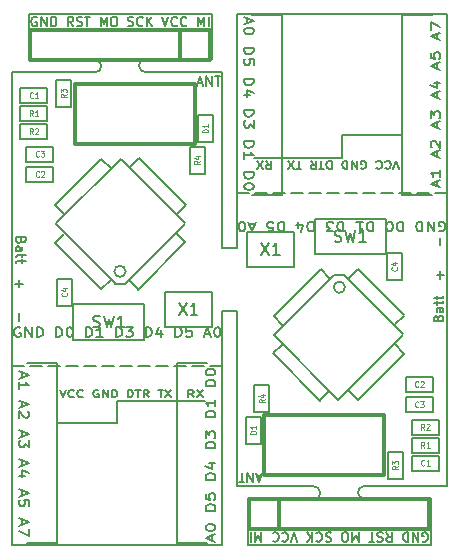
<source format=gto>
G04 (created by PCBNEW (2013-mar-13)-testing) date Di 12 Nov 2013 11:00:42 CET*
%MOIN*%
G04 Gerber Fmt 3.4, Leading zero omitted, Abs format*
%FSLAX34Y34*%
G01*
G70*
G90*
G04 APERTURE LIST*
%ADD10C,0.005906*%
%ADD11C,0.007874*%
%ADD12C,0.005000*%
%ADD13C,0.006000*%
%ADD14C,0.012000*%
%ADD15C,0.006299*%
%ADD16C,0.004500*%
G04 APERTURE END LIST*
G54D10*
X55600Y-54375D02*
X55600Y-62175D01*
X56100Y-54375D02*
X55600Y-54375D01*
X56100Y-60225D02*
X56100Y-54375D01*
X56100Y-52275D02*
X56100Y-44475D01*
X55600Y-52275D02*
X56100Y-52275D01*
X55600Y-46425D02*
X55600Y-52275D01*
X62777Y-50227D02*
X62777Y-50045D01*
X62867Y-50264D02*
X62552Y-50136D01*
X62867Y-50009D01*
X62867Y-49682D02*
X62867Y-49900D01*
X62867Y-49791D02*
X62552Y-49791D01*
X62597Y-49827D01*
X62627Y-49864D01*
X62642Y-49900D01*
X62777Y-49245D02*
X62777Y-49063D01*
X62867Y-49282D02*
X62552Y-49154D01*
X62867Y-49027D01*
X62582Y-48918D02*
X62567Y-48900D01*
X62552Y-48863D01*
X62552Y-48772D01*
X62567Y-48736D01*
X62582Y-48718D01*
X62612Y-48700D01*
X62642Y-48700D01*
X62687Y-48718D01*
X62867Y-48936D01*
X62867Y-48700D01*
X62777Y-48263D02*
X62777Y-48081D01*
X62867Y-48300D02*
X62552Y-48172D01*
X62867Y-48045D01*
X62552Y-47954D02*
X62552Y-47718D01*
X62672Y-47845D01*
X62672Y-47790D01*
X62687Y-47754D01*
X62702Y-47736D01*
X62732Y-47718D01*
X62807Y-47718D01*
X62837Y-47736D01*
X62852Y-47754D01*
X62867Y-47790D01*
X62867Y-47900D01*
X62852Y-47936D01*
X62837Y-47954D01*
X62777Y-47281D02*
X62777Y-47099D01*
X62867Y-47318D02*
X62552Y-47190D01*
X62867Y-47063D01*
X62657Y-46772D02*
X62867Y-46772D01*
X62537Y-46863D02*
X62762Y-46954D01*
X62762Y-46718D01*
X62777Y-46299D02*
X62777Y-46117D01*
X62867Y-46336D02*
X62552Y-46208D01*
X62867Y-46081D01*
X62552Y-45772D02*
X62552Y-45954D01*
X62702Y-45972D01*
X62687Y-45954D01*
X62672Y-45917D01*
X62672Y-45826D01*
X62687Y-45790D01*
X62702Y-45772D01*
X62732Y-45754D01*
X62807Y-45754D01*
X62837Y-45772D01*
X62852Y-45790D01*
X62867Y-45826D01*
X62867Y-45917D01*
X62852Y-45954D01*
X62837Y-45972D01*
X62777Y-45317D02*
X62777Y-45135D01*
X62867Y-45354D02*
X62552Y-45226D01*
X62867Y-45099D01*
X62552Y-45008D02*
X62552Y-44754D01*
X62867Y-44917D01*
X62872Y-53299D02*
X62872Y-53059D01*
X62992Y-53179D02*
X62752Y-53179D01*
X62872Y-52190D02*
X62872Y-51950D01*
X56909Y-59872D02*
X56759Y-59872D01*
X56939Y-59782D02*
X56834Y-60097D01*
X56729Y-59782D01*
X56624Y-59782D02*
X56624Y-60097D01*
X56445Y-59782D01*
X56445Y-60097D01*
X56340Y-60097D02*
X56160Y-60097D01*
X56250Y-59782D02*
X56250Y-60097D01*
X62802Y-54624D02*
X62817Y-54579D01*
X62832Y-54564D01*
X62862Y-54549D01*
X62907Y-54549D01*
X62937Y-54564D01*
X62952Y-54579D01*
X62967Y-54609D01*
X62967Y-54729D01*
X62652Y-54729D01*
X62652Y-54624D01*
X62667Y-54594D01*
X62682Y-54579D01*
X62712Y-54564D01*
X62742Y-54564D01*
X62772Y-54579D01*
X62787Y-54594D01*
X62802Y-54624D01*
X62802Y-54729D01*
X62967Y-54280D02*
X62802Y-54280D01*
X62772Y-54295D01*
X62757Y-54325D01*
X62757Y-54384D01*
X62772Y-54414D01*
X62952Y-54280D02*
X62967Y-54310D01*
X62967Y-54384D01*
X62952Y-54414D01*
X62922Y-54429D01*
X62892Y-54429D01*
X62862Y-54414D01*
X62847Y-54384D01*
X62847Y-54310D01*
X62832Y-54280D01*
X62757Y-54175D02*
X62757Y-54055D01*
X62652Y-54130D02*
X62922Y-54130D01*
X62952Y-54115D01*
X62967Y-54085D01*
X62967Y-54055D01*
X62757Y-53995D02*
X62757Y-53875D01*
X62652Y-53950D02*
X62922Y-53950D01*
X62952Y-53935D01*
X62967Y-53905D01*
X62967Y-53875D01*
X62834Y-51707D02*
X62869Y-51722D01*
X62921Y-51722D01*
X62973Y-51707D01*
X63008Y-51677D01*
X63026Y-51647D01*
X63043Y-51587D01*
X63043Y-51542D01*
X63026Y-51482D01*
X63008Y-51452D01*
X62973Y-51422D01*
X62921Y-51407D01*
X62886Y-51407D01*
X62834Y-51422D01*
X62816Y-51437D01*
X62816Y-51542D01*
X62886Y-51542D01*
X62659Y-51407D02*
X62659Y-51722D01*
X62450Y-51407D01*
X62450Y-51722D01*
X62276Y-51407D02*
X62276Y-51722D01*
X62189Y-51722D01*
X62136Y-51707D01*
X62101Y-51677D01*
X62084Y-51647D01*
X62067Y-51587D01*
X62067Y-51542D01*
X62084Y-51482D01*
X62101Y-51452D01*
X62136Y-51422D01*
X62189Y-51407D01*
X62276Y-51407D01*
X61631Y-51407D02*
X61631Y-51722D01*
X61544Y-51722D01*
X61491Y-51707D01*
X61456Y-51677D01*
X61439Y-51647D01*
X61421Y-51587D01*
X61421Y-51542D01*
X61439Y-51482D01*
X61456Y-51452D01*
X61491Y-51422D01*
X61544Y-51407D01*
X61631Y-51407D01*
X61195Y-51722D02*
X61160Y-51722D01*
X61125Y-51707D01*
X61108Y-51692D01*
X61090Y-51662D01*
X61073Y-51602D01*
X61073Y-51527D01*
X61090Y-51467D01*
X61108Y-51437D01*
X61125Y-51422D01*
X61160Y-51407D01*
X61195Y-51407D01*
X61230Y-51422D01*
X61247Y-51437D01*
X61265Y-51467D01*
X61282Y-51527D01*
X61282Y-51602D01*
X61265Y-51662D01*
X61247Y-51692D01*
X61230Y-51707D01*
X61195Y-51722D01*
X60637Y-51407D02*
X60637Y-51722D01*
X60550Y-51722D01*
X60497Y-51707D01*
X60463Y-51677D01*
X60445Y-51647D01*
X60428Y-51587D01*
X60428Y-51542D01*
X60445Y-51482D01*
X60463Y-51452D01*
X60497Y-51422D01*
X60550Y-51407D01*
X60637Y-51407D01*
X60079Y-51407D02*
X60288Y-51407D01*
X60184Y-51407D02*
X60184Y-51722D01*
X60218Y-51677D01*
X60253Y-51647D01*
X60288Y-51632D01*
X59643Y-51407D02*
X59643Y-51722D01*
X59556Y-51722D01*
X59504Y-51707D01*
X59469Y-51677D01*
X59451Y-51647D01*
X59434Y-51587D01*
X59434Y-51542D01*
X59451Y-51482D01*
X59469Y-51452D01*
X59504Y-51422D01*
X59556Y-51407D01*
X59643Y-51407D01*
X59312Y-51722D02*
X59085Y-51722D01*
X59207Y-51602D01*
X59155Y-51602D01*
X59120Y-51587D01*
X59103Y-51572D01*
X59085Y-51542D01*
X59085Y-51467D01*
X59103Y-51437D01*
X59120Y-51422D01*
X59155Y-51407D01*
X59260Y-51407D01*
X59294Y-51422D01*
X59312Y-51437D01*
X58649Y-51407D02*
X58649Y-51722D01*
X58562Y-51722D01*
X58510Y-51707D01*
X58475Y-51677D01*
X58457Y-51647D01*
X58440Y-51587D01*
X58440Y-51542D01*
X58457Y-51482D01*
X58475Y-51452D01*
X58510Y-51422D01*
X58562Y-51407D01*
X58649Y-51407D01*
X58126Y-51617D02*
X58126Y-51407D01*
X58213Y-51737D02*
X58301Y-51512D01*
X58074Y-51512D01*
X57655Y-51407D02*
X57655Y-51722D01*
X57568Y-51722D01*
X57516Y-51707D01*
X57481Y-51677D01*
X57464Y-51647D01*
X57446Y-51587D01*
X57446Y-51542D01*
X57464Y-51482D01*
X57481Y-51452D01*
X57516Y-51422D01*
X57568Y-51407D01*
X57655Y-51407D01*
X57115Y-51722D02*
X57289Y-51722D01*
X57307Y-51572D01*
X57289Y-51587D01*
X57254Y-51602D01*
X57167Y-51602D01*
X57132Y-51587D01*
X57115Y-51572D01*
X57098Y-51542D01*
X57098Y-51467D01*
X57115Y-51437D01*
X57132Y-51422D01*
X57167Y-51407D01*
X57254Y-51407D01*
X57289Y-51422D01*
X57307Y-51437D01*
X56679Y-51497D02*
X56505Y-51497D01*
X56714Y-51407D02*
X56592Y-51722D01*
X56470Y-51407D01*
X56278Y-51722D02*
X56243Y-51722D01*
X56208Y-51707D01*
X56191Y-51692D01*
X56173Y-51662D01*
X56156Y-51602D01*
X56156Y-51527D01*
X56173Y-51467D01*
X56191Y-51437D01*
X56208Y-51422D01*
X56243Y-51407D01*
X56278Y-51407D01*
X56313Y-51422D01*
X56330Y-51437D01*
X56348Y-51467D01*
X56365Y-51527D01*
X56365Y-51602D01*
X56348Y-51662D01*
X56330Y-51692D01*
X56313Y-51707D01*
X56278Y-51722D01*
X63100Y-44475D02*
X63100Y-60225D01*
X56100Y-44475D02*
X63100Y-44475D01*
G54D11*
X63100Y-50450D02*
X62700Y-50450D01*
X62500Y-50450D02*
X62100Y-50450D01*
X61900Y-50450D02*
X61500Y-50450D01*
X61300Y-50450D02*
X60900Y-50450D01*
X60700Y-50450D02*
X60300Y-50450D01*
X60100Y-50450D02*
X59700Y-50450D01*
X59500Y-50450D02*
X59100Y-50450D01*
X58900Y-50450D02*
X58500Y-50450D01*
X58300Y-50450D02*
X57900Y-50450D01*
X57700Y-50450D02*
X57300Y-50450D01*
X57100Y-50450D02*
X56700Y-50450D01*
X56500Y-50450D02*
X56100Y-50450D01*
G54D10*
X58875Y-60450D02*
G75*
G03X58650Y-60225I-225J0D01*
G74*
G01*
X58650Y-60675D02*
G75*
G03X58875Y-60450I0J225D01*
G74*
G01*
X60325Y-60225D02*
G75*
G03X60125Y-60425I0J-200D01*
G74*
G01*
X60125Y-60425D02*
G75*
G03X60325Y-60625I200J0D01*
G74*
G01*
X60325Y-60225D02*
X63100Y-60225D01*
X58650Y-60225D02*
X56100Y-60225D01*
X56422Y-44610D02*
X56422Y-44792D01*
X56332Y-44574D02*
X56647Y-44701D01*
X56332Y-44829D01*
X56647Y-45029D02*
X56647Y-45065D01*
X56632Y-45101D01*
X56617Y-45120D01*
X56587Y-45138D01*
X56527Y-45156D01*
X56452Y-45156D01*
X56392Y-45138D01*
X56362Y-45120D01*
X56347Y-45101D01*
X56332Y-45065D01*
X56332Y-45029D01*
X56347Y-44992D01*
X56362Y-44974D01*
X56392Y-44956D01*
X56452Y-44938D01*
X56527Y-44938D01*
X56587Y-44956D01*
X56617Y-44974D01*
X56632Y-44992D01*
X56647Y-45029D01*
X56332Y-45611D02*
X56647Y-45611D01*
X56647Y-45701D01*
X56632Y-45756D01*
X56602Y-45792D01*
X56572Y-45811D01*
X56512Y-45829D01*
X56467Y-45829D01*
X56407Y-45811D01*
X56377Y-45792D01*
X56347Y-45756D01*
X56332Y-45701D01*
X56332Y-45611D01*
X56647Y-46174D02*
X56647Y-45992D01*
X56497Y-45974D01*
X56512Y-45992D01*
X56527Y-46029D01*
X56527Y-46120D01*
X56512Y-46156D01*
X56497Y-46174D01*
X56467Y-46192D01*
X56392Y-46192D01*
X56362Y-46174D01*
X56347Y-46156D01*
X56332Y-46120D01*
X56332Y-46029D01*
X56347Y-45992D01*
X56362Y-45974D01*
X56332Y-46647D02*
X56647Y-46647D01*
X56647Y-46738D01*
X56632Y-46793D01*
X56602Y-46829D01*
X56572Y-46847D01*
X56512Y-46865D01*
X56467Y-46865D01*
X56407Y-46847D01*
X56377Y-46829D01*
X56347Y-46793D01*
X56332Y-46738D01*
X56332Y-46647D01*
X56542Y-47193D02*
X56332Y-47193D01*
X56662Y-47102D02*
X56437Y-47011D01*
X56437Y-47247D01*
X56332Y-47684D02*
X56647Y-47684D01*
X56647Y-47775D01*
X56632Y-47829D01*
X56602Y-47865D01*
X56572Y-47884D01*
X56512Y-47902D01*
X56467Y-47902D01*
X56407Y-47884D01*
X56377Y-47865D01*
X56347Y-47829D01*
X56332Y-47775D01*
X56332Y-47684D01*
X56647Y-48029D02*
X56647Y-48266D01*
X56527Y-48138D01*
X56527Y-48193D01*
X56512Y-48229D01*
X56497Y-48247D01*
X56467Y-48266D01*
X56392Y-48266D01*
X56362Y-48247D01*
X56347Y-48229D01*
X56332Y-48193D01*
X56332Y-48084D01*
X56347Y-48047D01*
X56362Y-48029D01*
X56332Y-48720D02*
X56647Y-48720D01*
X56647Y-48811D01*
X56632Y-48866D01*
X56602Y-48902D01*
X56572Y-48920D01*
X56512Y-48938D01*
X56467Y-48938D01*
X56407Y-48920D01*
X56377Y-48902D01*
X56347Y-48866D01*
X56332Y-48811D01*
X56332Y-48720D01*
X56332Y-49302D02*
X56332Y-49084D01*
X56332Y-49193D02*
X56647Y-49193D01*
X56602Y-49157D01*
X56572Y-49120D01*
X56557Y-49084D01*
X56332Y-49757D02*
X56647Y-49757D01*
X56647Y-49848D01*
X56632Y-49902D01*
X56602Y-49939D01*
X56572Y-49957D01*
X56512Y-49975D01*
X56467Y-49975D01*
X56407Y-49957D01*
X56377Y-49939D01*
X56347Y-49902D01*
X56332Y-49848D01*
X56332Y-49757D01*
X56647Y-50211D02*
X56647Y-50248D01*
X56632Y-50284D01*
X56617Y-50302D01*
X56587Y-50320D01*
X56527Y-50339D01*
X56452Y-50339D01*
X56392Y-50320D01*
X56362Y-50302D01*
X56347Y-50284D01*
X56332Y-50248D01*
X56332Y-50211D01*
X56347Y-50175D01*
X56362Y-50157D01*
X56392Y-50139D01*
X56452Y-50120D01*
X56527Y-50120D01*
X56587Y-50139D01*
X56617Y-50157D01*
X56632Y-50175D01*
X56647Y-50211D01*
X60325Y-60625D02*
X62550Y-60625D01*
X62282Y-62057D02*
X62312Y-62072D01*
X62357Y-62072D01*
X62402Y-62057D01*
X62432Y-62027D01*
X62447Y-61997D01*
X62462Y-61937D01*
X62462Y-61892D01*
X62447Y-61832D01*
X62432Y-61802D01*
X62402Y-61772D01*
X62357Y-61757D01*
X62327Y-61757D01*
X62282Y-61772D01*
X62267Y-61787D01*
X62267Y-61892D01*
X62327Y-61892D01*
X62132Y-61757D02*
X62132Y-62072D01*
X61952Y-61757D01*
X61952Y-62072D01*
X61802Y-61757D02*
X61802Y-62072D01*
X61727Y-62072D01*
X61682Y-62057D01*
X61652Y-62027D01*
X61637Y-61997D01*
X61622Y-61937D01*
X61622Y-61892D01*
X61637Y-61832D01*
X61652Y-61802D01*
X61682Y-61772D01*
X61727Y-61757D01*
X61802Y-61757D01*
X61067Y-61757D02*
X61172Y-61907D01*
X61247Y-61757D02*
X61247Y-62072D01*
X61127Y-62072D01*
X61097Y-62057D01*
X61082Y-62042D01*
X61067Y-62012D01*
X61067Y-61967D01*
X61082Y-61937D01*
X61097Y-61922D01*
X61127Y-61907D01*
X61247Y-61907D01*
X60947Y-61772D02*
X60902Y-61757D01*
X60827Y-61757D01*
X60797Y-61772D01*
X60782Y-61787D01*
X60767Y-61817D01*
X60767Y-61847D01*
X60782Y-61877D01*
X60797Y-61892D01*
X60827Y-61907D01*
X60887Y-61922D01*
X60917Y-61937D01*
X60932Y-61952D01*
X60947Y-61982D01*
X60947Y-62012D01*
X60932Y-62042D01*
X60917Y-62057D01*
X60887Y-62072D01*
X60812Y-62072D01*
X60767Y-62057D01*
X60677Y-62072D02*
X60497Y-62072D01*
X60587Y-61757D02*
X60587Y-62072D01*
X60152Y-61757D02*
X60152Y-62072D01*
X60047Y-61847D01*
X59942Y-62072D01*
X59942Y-61757D01*
X59732Y-62072D02*
X59672Y-62072D01*
X59642Y-62057D01*
X59612Y-62027D01*
X59597Y-61967D01*
X59597Y-61862D01*
X59612Y-61802D01*
X59642Y-61772D01*
X59672Y-61757D01*
X59732Y-61757D01*
X59762Y-61772D01*
X59792Y-61802D01*
X59807Y-61862D01*
X59807Y-61967D01*
X59792Y-62027D01*
X59762Y-62057D01*
X59732Y-62072D01*
X59237Y-61772D02*
X59192Y-61757D01*
X59117Y-61757D01*
X59087Y-61772D01*
X59072Y-61787D01*
X59057Y-61817D01*
X59057Y-61847D01*
X59072Y-61877D01*
X59087Y-61892D01*
X59117Y-61907D01*
X59177Y-61922D01*
X59207Y-61937D01*
X59222Y-61952D01*
X59237Y-61982D01*
X59237Y-62012D01*
X59222Y-62042D01*
X59207Y-62057D01*
X59177Y-62072D01*
X59102Y-62072D01*
X59057Y-62057D01*
X58742Y-61787D02*
X58757Y-61772D01*
X58802Y-61757D01*
X58832Y-61757D01*
X58877Y-61772D01*
X58907Y-61802D01*
X58922Y-61832D01*
X58937Y-61892D01*
X58937Y-61937D01*
X58922Y-61997D01*
X58907Y-62027D01*
X58877Y-62057D01*
X58832Y-62072D01*
X58802Y-62072D01*
X58757Y-62057D01*
X58742Y-62042D01*
X58607Y-61757D02*
X58607Y-62072D01*
X58427Y-61757D02*
X58562Y-61937D01*
X58427Y-62072D02*
X58607Y-61892D01*
X58097Y-62072D02*
X57992Y-61757D01*
X57887Y-62072D01*
X57602Y-61787D02*
X57617Y-61772D01*
X57662Y-61757D01*
X57692Y-61757D01*
X57737Y-61772D01*
X57767Y-61802D01*
X57782Y-61832D01*
X57797Y-61892D01*
X57797Y-61937D01*
X57782Y-61997D01*
X57767Y-62027D01*
X57737Y-62057D01*
X57692Y-62072D01*
X57662Y-62072D01*
X57617Y-62057D01*
X57602Y-62042D01*
X57287Y-61787D02*
X57302Y-61772D01*
X57347Y-61757D01*
X57377Y-61757D01*
X57422Y-61772D01*
X57452Y-61802D01*
X57467Y-61832D01*
X57482Y-61892D01*
X57482Y-61937D01*
X57467Y-61997D01*
X57452Y-62027D01*
X57422Y-62057D01*
X57377Y-62072D01*
X57347Y-62072D01*
X57302Y-62057D01*
X57287Y-62042D01*
X56912Y-61757D02*
X56912Y-62072D01*
X56807Y-61847D01*
X56702Y-62072D01*
X56702Y-61757D01*
X56552Y-61757D02*
X56552Y-62072D01*
X58650Y-60675D02*
X56450Y-60675D01*
X56450Y-60675D02*
X56450Y-62175D01*
X56450Y-62175D02*
X62550Y-62175D01*
X62550Y-62175D02*
X62550Y-60625D01*
G54D11*
X59600Y-48525D02*
X61575Y-48525D01*
X60625Y-50450D02*
X60650Y-50450D01*
X60600Y-50450D02*
X60625Y-50450D01*
G54D10*
X61511Y-49640D02*
X61411Y-49384D01*
X61312Y-49640D01*
X61041Y-49408D02*
X61055Y-49396D01*
X61098Y-49384D01*
X61126Y-49384D01*
X61169Y-49396D01*
X61198Y-49420D01*
X61212Y-49445D01*
X61226Y-49493D01*
X61226Y-49530D01*
X61212Y-49579D01*
X61198Y-49603D01*
X61169Y-49627D01*
X61126Y-49640D01*
X61098Y-49640D01*
X61055Y-49627D01*
X61041Y-49615D01*
X60742Y-49408D02*
X60756Y-49396D01*
X60799Y-49384D01*
X60827Y-49384D01*
X60870Y-49396D01*
X60898Y-49420D01*
X60913Y-49445D01*
X60927Y-49493D01*
X60927Y-49530D01*
X60913Y-49579D01*
X60898Y-49603D01*
X60870Y-49627D01*
X60827Y-49640D01*
X60799Y-49640D01*
X60756Y-49627D01*
X60742Y-49615D01*
X60229Y-49627D02*
X60257Y-49640D01*
X60300Y-49640D01*
X60343Y-49627D01*
X60371Y-49603D01*
X60385Y-49579D01*
X60400Y-49530D01*
X60400Y-49493D01*
X60385Y-49445D01*
X60371Y-49420D01*
X60343Y-49396D01*
X60300Y-49384D01*
X60271Y-49384D01*
X60229Y-49396D01*
X60214Y-49408D01*
X60214Y-49493D01*
X60271Y-49493D01*
X60086Y-49384D02*
X60086Y-49640D01*
X59915Y-49384D01*
X59915Y-49640D01*
X59773Y-49384D02*
X59773Y-49640D01*
X59702Y-49640D01*
X59659Y-49627D01*
X59630Y-49603D01*
X59616Y-49579D01*
X59602Y-49530D01*
X59602Y-49493D01*
X59616Y-49445D01*
X59630Y-49420D01*
X59659Y-49396D01*
X59702Y-49384D01*
X59773Y-49384D01*
X59246Y-49384D02*
X59246Y-49640D01*
X59174Y-49640D01*
X59132Y-49627D01*
X59103Y-49603D01*
X59089Y-49579D01*
X59075Y-49530D01*
X59075Y-49493D01*
X59089Y-49445D01*
X59103Y-49420D01*
X59132Y-49396D01*
X59174Y-49384D01*
X59246Y-49384D01*
X58989Y-49640D02*
X58818Y-49640D01*
X58904Y-49384D02*
X58904Y-49640D01*
X58547Y-49384D02*
X58647Y-49506D01*
X58718Y-49384D02*
X58718Y-49640D01*
X58604Y-49640D01*
X58576Y-49627D01*
X58562Y-49615D01*
X58547Y-49591D01*
X58547Y-49554D01*
X58562Y-49530D01*
X58576Y-49518D01*
X58604Y-49506D01*
X58718Y-49506D01*
X58234Y-49640D02*
X58063Y-49640D01*
X58148Y-49384D02*
X58148Y-49640D01*
X57992Y-49640D02*
X57792Y-49384D01*
X57792Y-49640D02*
X57992Y-49384D01*
X57051Y-49384D02*
X57151Y-49506D01*
X57222Y-49384D02*
X57222Y-49640D01*
X57108Y-49640D01*
X57080Y-49627D01*
X57066Y-49615D01*
X57051Y-49591D01*
X57051Y-49554D01*
X57066Y-49530D01*
X57080Y-49518D01*
X57108Y-49506D01*
X57222Y-49506D01*
X56952Y-49640D02*
X56752Y-49384D01*
X56752Y-49640D02*
X56952Y-49384D01*
G54D11*
X59600Y-48525D02*
X59600Y-49275D01*
X59600Y-49275D02*
X56675Y-49275D01*
X52100Y-57375D02*
X55025Y-57375D01*
X52100Y-58125D02*
X52100Y-57375D01*
G54D10*
X50188Y-57009D02*
X50288Y-57265D01*
X50387Y-57009D01*
X50658Y-57241D02*
X50644Y-57253D01*
X50601Y-57265D01*
X50573Y-57265D01*
X50530Y-57253D01*
X50501Y-57229D01*
X50487Y-57204D01*
X50473Y-57156D01*
X50473Y-57119D01*
X50487Y-57070D01*
X50501Y-57046D01*
X50530Y-57022D01*
X50573Y-57009D01*
X50601Y-57009D01*
X50644Y-57022D01*
X50658Y-57034D01*
X50957Y-57241D02*
X50943Y-57253D01*
X50900Y-57265D01*
X50872Y-57265D01*
X50829Y-57253D01*
X50801Y-57229D01*
X50786Y-57204D01*
X50772Y-57156D01*
X50772Y-57119D01*
X50786Y-57070D01*
X50801Y-57046D01*
X50829Y-57022D01*
X50872Y-57009D01*
X50900Y-57009D01*
X50943Y-57022D01*
X50957Y-57034D01*
X51470Y-57022D02*
X51442Y-57009D01*
X51399Y-57009D01*
X51356Y-57022D01*
X51328Y-57046D01*
X51314Y-57070D01*
X51299Y-57119D01*
X51299Y-57156D01*
X51314Y-57204D01*
X51328Y-57229D01*
X51356Y-57253D01*
X51399Y-57265D01*
X51428Y-57265D01*
X51470Y-57253D01*
X51485Y-57241D01*
X51485Y-57156D01*
X51428Y-57156D01*
X51613Y-57265D02*
X51613Y-57009D01*
X51784Y-57265D01*
X51784Y-57009D01*
X51926Y-57265D02*
X51926Y-57009D01*
X51997Y-57009D01*
X52040Y-57022D01*
X52069Y-57046D01*
X52083Y-57070D01*
X52097Y-57119D01*
X52097Y-57156D01*
X52083Y-57204D01*
X52069Y-57229D01*
X52040Y-57253D01*
X51997Y-57265D01*
X51926Y-57265D01*
X52453Y-57265D02*
X52453Y-57009D01*
X52525Y-57009D01*
X52567Y-57022D01*
X52596Y-57046D01*
X52610Y-57070D01*
X52624Y-57119D01*
X52624Y-57156D01*
X52610Y-57204D01*
X52596Y-57229D01*
X52567Y-57253D01*
X52525Y-57265D01*
X52453Y-57265D01*
X52710Y-57009D02*
X52881Y-57009D01*
X52795Y-57265D02*
X52795Y-57009D01*
X53152Y-57265D02*
X53052Y-57143D01*
X52981Y-57265D02*
X52981Y-57009D01*
X53095Y-57009D01*
X53123Y-57022D01*
X53137Y-57034D01*
X53152Y-57058D01*
X53152Y-57095D01*
X53137Y-57119D01*
X53123Y-57131D01*
X53095Y-57143D01*
X52981Y-57143D01*
X53465Y-57009D02*
X53636Y-57009D01*
X53551Y-57265D02*
X53551Y-57009D01*
X53707Y-57009D02*
X53907Y-57265D01*
X53907Y-57009D02*
X53707Y-57265D01*
X54648Y-57265D02*
X54548Y-57143D01*
X54477Y-57265D02*
X54477Y-57009D01*
X54591Y-57009D01*
X54619Y-57022D01*
X54633Y-57034D01*
X54648Y-57058D01*
X54648Y-57095D01*
X54633Y-57119D01*
X54619Y-57131D01*
X54591Y-57143D01*
X54477Y-57143D01*
X54747Y-57009D02*
X54947Y-57265D01*
X54947Y-57009D02*
X54747Y-57265D01*
G54D11*
X51100Y-56200D02*
X51075Y-56200D01*
X51075Y-56200D02*
X51050Y-56200D01*
X52100Y-58125D02*
X50125Y-58125D01*
G54D10*
X49150Y-44475D02*
X49150Y-46025D01*
X55250Y-44475D02*
X49150Y-44475D01*
X55250Y-45975D02*
X55250Y-44475D01*
X53050Y-45975D02*
X55250Y-45975D01*
X49417Y-44592D02*
X49387Y-44577D01*
X49342Y-44577D01*
X49297Y-44592D01*
X49267Y-44622D01*
X49252Y-44652D01*
X49237Y-44712D01*
X49237Y-44757D01*
X49252Y-44817D01*
X49267Y-44847D01*
X49297Y-44877D01*
X49342Y-44892D01*
X49372Y-44892D01*
X49417Y-44877D01*
X49432Y-44862D01*
X49432Y-44757D01*
X49372Y-44757D01*
X49567Y-44892D02*
X49567Y-44577D01*
X49747Y-44892D01*
X49747Y-44577D01*
X49897Y-44892D02*
X49897Y-44577D01*
X49972Y-44577D01*
X50017Y-44592D01*
X50047Y-44622D01*
X50062Y-44652D01*
X50077Y-44712D01*
X50077Y-44757D01*
X50062Y-44817D01*
X50047Y-44847D01*
X50017Y-44877D01*
X49972Y-44892D01*
X49897Y-44892D01*
X50632Y-44892D02*
X50527Y-44742D01*
X50452Y-44892D02*
X50452Y-44577D01*
X50572Y-44577D01*
X50602Y-44592D01*
X50617Y-44607D01*
X50632Y-44637D01*
X50632Y-44682D01*
X50617Y-44712D01*
X50602Y-44727D01*
X50572Y-44742D01*
X50452Y-44742D01*
X50752Y-44877D02*
X50797Y-44892D01*
X50872Y-44892D01*
X50902Y-44877D01*
X50917Y-44862D01*
X50932Y-44832D01*
X50932Y-44802D01*
X50917Y-44772D01*
X50902Y-44757D01*
X50872Y-44742D01*
X50812Y-44727D01*
X50782Y-44712D01*
X50767Y-44697D01*
X50752Y-44667D01*
X50752Y-44637D01*
X50767Y-44607D01*
X50782Y-44592D01*
X50812Y-44577D01*
X50887Y-44577D01*
X50932Y-44592D01*
X51022Y-44577D02*
X51202Y-44577D01*
X51112Y-44892D02*
X51112Y-44577D01*
X51547Y-44892D02*
X51547Y-44577D01*
X51652Y-44802D01*
X51757Y-44577D01*
X51757Y-44892D01*
X51967Y-44577D02*
X52027Y-44577D01*
X52057Y-44592D01*
X52087Y-44622D01*
X52102Y-44682D01*
X52102Y-44787D01*
X52087Y-44847D01*
X52057Y-44877D01*
X52027Y-44892D01*
X51967Y-44892D01*
X51937Y-44877D01*
X51907Y-44847D01*
X51892Y-44787D01*
X51892Y-44682D01*
X51907Y-44622D01*
X51937Y-44592D01*
X51967Y-44577D01*
X52462Y-44877D02*
X52507Y-44892D01*
X52582Y-44892D01*
X52612Y-44877D01*
X52627Y-44862D01*
X52642Y-44832D01*
X52642Y-44802D01*
X52627Y-44772D01*
X52612Y-44757D01*
X52582Y-44742D01*
X52522Y-44727D01*
X52492Y-44712D01*
X52477Y-44697D01*
X52462Y-44667D01*
X52462Y-44637D01*
X52477Y-44607D01*
X52492Y-44592D01*
X52522Y-44577D01*
X52597Y-44577D01*
X52642Y-44592D01*
X52957Y-44862D02*
X52942Y-44877D01*
X52897Y-44892D01*
X52867Y-44892D01*
X52822Y-44877D01*
X52792Y-44847D01*
X52777Y-44817D01*
X52762Y-44757D01*
X52762Y-44712D01*
X52777Y-44652D01*
X52792Y-44622D01*
X52822Y-44592D01*
X52867Y-44577D01*
X52897Y-44577D01*
X52942Y-44592D01*
X52957Y-44607D01*
X53092Y-44892D02*
X53092Y-44577D01*
X53272Y-44892D02*
X53137Y-44712D01*
X53272Y-44577D02*
X53092Y-44757D01*
X53602Y-44577D02*
X53707Y-44892D01*
X53812Y-44577D01*
X54097Y-44862D02*
X54082Y-44877D01*
X54037Y-44892D01*
X54007Y-44892D01*
X53962Y-44877D01*
X53932Y-44847D01*
X53917Y-44817D01*
X53902Y-44757D01*
X53902Y-44712D01*
X53917Y-44652D01*
X53932Y-44622D01*
X53962Y-44592D01*
X54007Y-44577D01*
X54037Y-44577D01*
X54082Y-44592D01*
X54097Y-44607D01*
X54412Y-44862D02*
X54397Y-44877D01*
X54352Y-44892D01*
X54322Y-44892D01*
X54277Y-44877D01*
X54247Y-44847D01*
X54232Y-44817D01*
X54217Y-44757D01*
X54217Y-44712D01*
X54232Y-44652D01*
X54247Y-44622D01*
X54277Y-44592D01*
X54322Y-44577D01*
X54352Y-44577D01*
X54397Y-44592D01*
X54412Y-44607D01*
X54787Y-44892D02*
X54787Y-44577D01*
X54892Y-44802D01*
X54997Y-44577D01*
X54997Y-44892D01*
X55147Y-44892D02*
X55147Y-44577D01*
X51375Y-46025D02*
X49150Y-46025D01*
X55277Y-62039D02*
X55277Y-61857D01*
X55367Y-62075D02*
X55052Y-61948D01*
X55367Y-61820D01*
X55052Y-61620D02*
X55052Y-61584D01*
X55067Y-61548D01*
X55082Y-61529D01*
X55112Y-61511D01*
X55172Y-61493D01*
X55247Y-61493D01*
X55307Y-61511D01*
X55337Y-61529D01*
X55352Y-61548D01*
X55367Y-61584D01*
X55367Y-61620D01*
X55352Y-61657D01*
X55337Y-61675D01*
X55307Y-61693D01*
X55247Y-61711D01*
X55172Y-61711D01*
X55112Y-61693D01*
X55082Y-61675D01*
X55067Y-61657D01*
X55052Y-61620D01*
X55367Y-61038D02*
X55052Y-61038D01*
X55052Y-60948D01*
X55067Y-60893D01*
X55097Y-60857D01*
X55127Y-60838D01*
X55187Y-60820D01*
X55232Y-60820D01*
X55292Y-60838D01*
X55322Y-60857D01*
X55352Y-60893D01*
X55367Y-60948D01*
X55367Y-61038D01*
X55052Y-60475D02*
X55052Y-60657D01*
X55202Y-60675D01*
X55187Y-60657D01*
X55172Y-60620D01*
X55172Y-60529D01*
X55187Y-60493D01*
X55202Y-60475D01*
X55232Y-60457D01*
X55307Y-60457D01*
X55337Y-60475D01*
X55352Y-60493D01*
X55367Y-60529D01*
X55367Y-60620D01*
X55352Y-60657D01*
X55337Y-60675D01*
X55367Y-60002D02*
X55052Y-60002D01*
X55052Y-59911D01*
X55067Y-59856D01*
X55097Y-59820D01*
X55127Y-59802D01*
X55187Y-59784D01*
X55232Y-59784D01*
X55292Y-59802D01*
X55322Y-59820D01*
X55352Y-59856D01*
X55367Y-59911D01*
X55367Y-60002D01*
X55157Y-59456D02*
X55367Y-59456D01*
X55037Y-59547D02*
X55262Y-59638D01*
X55262Y-59402D01*
X55367Y-58965D02*
X55052Y-58965D01*
X55052Y-58874D01*
X55067Y-58820D01*
X55097Y-58784D01*
X55127Y-58765D01*
X55187Y-58747D01*
X55232Y-58747D01*
X55292Y-58765D01*
X55322Y-58784D01*
X55352Y-58820D01*
X55367Y-58874D01*
X55367Y-58965D01*
X55052Y-58620D02*
X55052Y-58383D01*
X55172Y-58511D01*
X55172Y-58456D01*
X55187Y-58420D01*
X55202Y-58402D01*
X55232Y-58383D01*
X55307Y-58383D01*
X55337Y-58402D01*
X55352Y-58420D01*
X55367Y-58456D01*
X55367Y-58565D01*
X55352Y-58602D01*
X55337Y-58620D01*
X55367Y-57929D02*
X55052Y-57929D01*
X55052Y-57838D01*
X55067Y-57783D01*
X55097Y-57747D01*
X55127Y-57729D01*
X55187Y-57711D01*
X55232Y-57711D01*
X55292Y-57729D01*
X55322Y-57747D01*
X55352Y-57783D01*
X55367Y-57838D01*
X55367Y-57929D01*
X55367Y-57347D02*
X55367Y-57565D01*
X55367Y-57456D02*
X55052Y-57456D01*
X55097Y-57492D01*
X55127Y-57529D01*
X55142Y-57565D01*
X55367Y-56892D02*
X55052Y-56892D01*
X55052Y-56801D01*
X55067Y-56747D01*
X55097Y-56710D01*
X55127Y-56692D01*
X55187Y-56674D01*
X55232Y-56674D01*
X55292Y-56692D01*
X55322Y-56710D01*
X55352Y-56747D01*
X55367Y-56801D01*
X55367Y-56892D01*
X55052Y-56438D02*
X55052Y-56401D01*
X55067Y-56365D01*
X55082Y-56347D01*
X55112Y-56329D01*
X55172Y-56310D01*
X55247Y-56310D01*
X55307Y-56329D01*
X55337Y-56347D01*
X55352Y-56365D01*
X55367Y-56401D01*
X55367Y-56438D01*
X55352Y-56474D01*
X55337Y-56492D01*
X55307Y-56510D01*
X55247Y-56529D01*
X55172Y-56529D01*
X55112Y-56510D01*
X55082Y-56492D01*
X55067Y-56474D01*
X55052Y-56438D01*
X53050Y-46425D02*
X55600Y-46425D01*
X51375Y-46425D02*
X48600Y-46425D01*
X51575Y-46225D02*
G75*
G03X51375Y-46025I-200J0D01*
G74*
G01*
X51375Y-46425D02*
G75*
G03X51575Y-46225I0J200D01*
G74*
G01*
X53050Y-45975D02*
G75*
G03X52825Y-46200I0J-225D01*
G74*
G01*
X52825Y-46200D02*
G75*
G03X53050Y-46425I225J0D01*
G74*
G01*
G54D11*
X55200Y-56200D02*
X55600Y-56200D01*
X54600Y-56200D02*
X55000Y-56200D01*
X54000Y-56200D02*
X54400Y-56200D01*
X53400Y-56200D02*
X53800Y-56200D01*
X52800Y-56200D02*
X53200Y-56200D01*
X52200Y-56200D02*
X52600Y-56200D01*
X51600Y-56200D02*
X52000Y-56200D01*
X51000Y-56200D02*
X51400Y-56200D01*
X50400Y-56200D02*
X50800Y-56200D01*
X49800Y-56200D02*
X50200Y-56200D01*
X49200Y-56200D02*
X49600Y-56200D01*
X48600Y-56200D02*
X49000Y-56200D01*
G54D10*
X55600Y-62175D02*
X48600Y-62175D01*
X48600Y-62175D02*
X48600Y-46425D01*
X48865Y-54942D02*
X48830Y-54927D01*
X48778Y-54927D01*
X48726Y-54942D01*
X48691Y-54972D01*
X48673Y-55002D01*
X48656Y-55062D01*
X48656Y-55107D01*
X48673Y-55167D01*
X48691Y-55197D01*
X48726Y-55227D01*
X48778Y-55242D01*
X48813Y-55242D01*
X48865Y-55227D01*
X48883Y-55212D01*
X48883Y-55107D01*
X48813Y-55107D01*
X49040Y-55242D02*
X49040Y-54927D01*
X49249Y-55242D01*
X49249Y-54927D01*
X49423Y-55242D02*
X49423Y-54927D01*
X49510Y-54927D01*
X49563Y-54942D01*
X49598Y-54972D01*
X49615Y-55002D01*
X49632Y-55062D01*
X49632Y-55107D01*
X49615Y-55167D01*
X49598Y-55197D01*
X49563Y-55227D01*
X49510Y-55242D01*
X49423Y-55242D01*
X50068Y-55242D02*
X50068Y-54927D01*
X50155Y-54927D01*
X50208Y-54942D01*
X50243Y-54972D01*
X50260Y-55002D01*
X50278Y-55062D01*
X50278Y-55107D01*
X50260Y-55167D01*
X50243Y-55197D01*
X50208Y-55227D01*
X50155Y-55242D01*
X50068Y-55242D01*
X50504Y-54927D02*
X50539Y-54927D01*
X50574Y-54942D01*
X50591Y-54957D01*
X50609Y-54987D01*
X50626Y-55047D01*
X50626Y-55122D01*
X50609Y-55182D01*
X50591Y-55212D01*
X50574Y-55227D01*
X50539Y-55242D01*
X50504Y-55242D01*
X50469Y-55227D01*
X50452Y-55212D01*
X50434Y-55182D01*
X50417Y-55122D01*
X50417Y-55047D01*
X50434Y-54987D01*
X50452Y-54957D01*
X50469Y-54942D01*
X50504Y-54927D01*
X51062Y-55242D02*
X51062Y-54927D01*
X51149Y-54927D01*
X51202Y-54942D01*
X51236Y-54972D01*
X51254Y-55002D01*
X51271Y-55062D01*
X51271Y-55107D01*
X51254Y-55167D01*
X51236Y-55197D01*
X51202Y-55227D01*
X51149Y-55242D01*
X51062Y-55242D01*
X51620Y-55242D02*
X51411Y-55242D01*
X51515Y-55242D02*
X51515Y-54927D01*
X51481Y-54972D01*
X51446Y-55002D01*
X51411Y-55017D01*
X52056Y-55242D02*
X52056Y-54927D01*
X52143Y-54927D01*
X52195Y-54942D01*
X52230Y-54972D01*
X52248Y-55002D01*
X52265Y-55062D01*
X52265Y-55107D01*
X52248Y-55167D01*
X52230Y-55197D01*
X52195Y-55227D01*
X52143Y-55242D01*
X52056Y-55242D01*
X52387Y-54927D02*
X52614Y-54927D01*
X52492Y-55047D01*
X52544Y-55047D01*
X52579Y-55062D01*
X52596Y-55077D01*
X52614Y-55107D01*
X52614Y-55182D01*
X52596Y-55212D01*
X52579Y-55227D01*
X52544Y-55242D01*
X52439Y-55242D01*
X52405Y-55227D01*
X52387Y-55212D01*
X53050Y-55242D02*
X53050Y-54927D01*
X53137Y-54927D01*
X53189Y-54942D01*
X53224Y-54972D01*
X53242Y-55002D01*
X53259Y-55062D01*
X53259Y-55107D01*
X53242Y-55167D01*
X53224Y-55197D01*
X53189Y-55227D01*
X53137Y-55242D01*
X53050Y-55242D01*
X53573Y-55032D02*
X53573Y-55242D01*
X53486Y-54912D02*
X53398Y-55137D01*
X53625Y-55137D01*
X54044Y-55242D02*
X54044Y-54927D01*
X54131Y-54927D01*
X54183Y-54942D01*
X54218Y-54972D01*
X54235Y-55002D01*
X54253Y-55062D01*
X54253Y-55107D01*
X54235Y-55167D01*
X54218Y-55197D01*
X54183Y-55227D01*
X54131Y-55242D01*
X54044Y-55242D01*
X54584Y-54927D02*
X54410Y-54927D01*
X54392Y-55077D01*
X54410Y-55062D01*
X54445Y-55047D01*
X54532Y-55047D01*
X54567Y-55062D01*
X54584Y-55077D01*
X54601Y-55107D01*
X54601Y-55182D01*
X54584Y-55212D01*
X54567Y-55227D01*
X54532Y-55242D01*
X54445Y-55242D01*
X54410Y-55227D01*
X54392Y-55212D01*
X55020Y-55152D02*
X55194Y-55152D01*
X54985Y-55242D02*
X55107Y-54927D01*
X55229Y-55242D01*
X55421Y-54927D02*
X55456Y-54927D01*
X55491Y-54942D01*
X55508Y-54957D01*
X55526Y-54987D01*
X55543Y-55047D01*
X55543Y-55122D01*
X55526Y-55182D01*
X55508Y-55212D01*
X55491Y-55227D01*
X55456Y-55242D01*
X55421Y-55242D01*
X55386Y-55227D01*
X55369Y-55212D01*
X55351Y-55182D01*
X55334Y-55122D01*
X55334Y-55047D01*
X55351Y-54987D01*
X55369Y-54957D01*
X55386Y-54942D01*
X55421Y-54927D01*
X48897Y-52025D02*
X48882Y-52070D01*
X48867Y-52085D01*
X48837Y-52100D01*
X48792Y-52100D01*
X48762Y-52085D01*
X48747Y-52070D01*
X48732Y-52040D01*
X48732Y-51920D01*
X49047Y-51920D01*
X49047Y-52025D01*
X49032Y-52055D01*
X49017Y-52070D01*
X48987Y-52085D01*
X48957Y-52085D01*
X48927Y-52070D01*
X48912Y-52055D01*
X48897Y-52025D01*
X48897Y-51920D01*
X48732Y-52369D02*
X48897Y-52369D01*
X48927Y-52354D01*
X48942Y-52325D01*
X48942Y-52265D01*
X48927Y-52235D01*
X48747Y-52369D02*
X48732Y-52339D01*
X48732Y-52265D01*
X48747Y-52235D01*
X48777Y-52220D01*
X48807Y-52220D01*
X48837Y-52235D01*
X48852Y-52265D01*
X48852Y-52339D01*
X48867Y-52369D01*
X48942Y-52474D02*
X48942Y-52594D01*
X49047Y-52519D02*
X48777Y-52519D01*
X48747Y-52534D01*
X48732Y-52564D01*
X48732Y-52594D01*
X48942Y-52654D02*
X48942Y-52774D01*
X49047Y-52699D02*
X48777Y-52699D01*
X48747Y-52714D01*
X48732Y-52744D01*
X48732Y-52774D01*
X54790Y-46777D02*
X54940Y-46777D01*
X54760Y-46867D02*
X54865Y-46552D01*
X54970Y-46867D01*
X55075Y-46867D02*
X55075Y-46552D01*
X55254Y-46867D01*
X55254Y-46552D01*
X55359Y-46552D02*
X55539Y-46552D01*
X55449Y-46867D02*
X55449Y-46552D01*
X48827Y-53350D02*
X48827Y-53590D01*
X48707Y-53470D02*
X48947Y-53470D01*
X48827Y-54459D02*
X48827Y-54699D01*
X48922Y-56422D02*
X48922Y-56604D01*
X48832Y-56385D02*
X49147Y-56513D01*
X48832Y-56640D01*
X48832Y-56967D02*
X48832Y-56749D01*
X48832Y-56858D02*
X49147Y-56858D01*
X49102Y-56822D01*
X49072Y-56785D01*
X49057Y-56749D01*
X48922Y-57404D02*
X48922Y-57586D01*
X48832Y-57367D02*
X49147Y-57495D01*
X48832Y-57622D01*
X49117Y-57731D02*
X49132Y-57749D01*
X49147Y-57786D01*
X49147Y-57877D01*
X49132Y-57913D01*
X49117Y-57931D01*
X49087Y-57949D01*
X49057Y-57949D01*
X49012Y-57931D01*
X48832Y-57713D01*
X48832Y-57949D01*
X48922Y-58386D02*
X48922Y-58568D01*
X48832Y-58349D02*
X49147Y-58477D01*
X48832Y-58604D01*
X49147Y-58695D02*
X49147Y-58931D01*
X49027Y-58804D01*
X49027Y-58859D01*
X49012Y-58895D01*
X48997Y-58913D01*
X48967Y-58931D01*
X48892Y-58931D01*
X48862Y-58913D01*
X48847Y-58895D01*
X48832Y-58859D01*
X48832Y-58749D01*
X48847Y-58713D01*
X48862Y-58695D01*
X48922Y-59368D02*
X48922Y-59550D01*
X48832Y-59331D02*
X49147Y-59459D01*
X48832Y-59586D01*
X49042Y-59877D02*
X48832Y-59877D01*
X49162Y-59786D02*
X48937Y-59695D01*
X48937Y-59931D01*
X48922Y-60350D02*
X48922Y-60532D01*
X48832Y-60313D02*
X49147Y-60441D01*
X48832Y-60568D01*
X49147Y-60877D02*
X49147Y-60695D01*
X48997Y-60677D01*
X49012Y-60695D01*
X49027Y-60732D01*
X49027Y-60823D01*
X49012Y-60859D01*
X48997Y-60877D01*
X48967Y-60895D01*
X48892Y-60895D01*
X48862Y-60877D01*
X48847Y-60859D01*
X48832Y-60823D01*
X48832Y-60732D01*
X48847Y-60695D01*
X48862Y-60677D01*
X48922Y-61332D02*
X48922Y-61514D01*
X48832Y-61295D02*
X49147Y-61423D01*
X48832Y-61550D01*
X49147Y-61641D02*
X49147Y-61895D01*
X48832Y-61732D01*
G54D12*
X61100Y-53350D02*
X61100Y-52450D01*
X61100Y-52450D02*
X61600Y-52450D01*
X61600Y-52450D02*
X61600Y-53350D01*
X61600Y-53350D02*
X61100Y-53350D01*
G54D13*
X60129Y-57345D02*
X59811Y-57027D01*
X61670Y-55804D02*
X61359Y-55493D01*
X60129Y-57345D02*
X61670Y-55804D01*
X59174Y-57055D02*
X58870Y-57359D01*
X57604Y-55500D02*
X57307Y-55797D01*
X57300Y-55790D02*
X58863Y-57367D01*
X60122Y-52997D02*
X61663Y-54524D01*
X59330Y-53180D02*
X57329Y-55182D01*
X61663Y-54538D02*
X61373Y-54828D01*
X59676Y-53188D02*
X61642Y-55153D01*
X59478Y-57345D02*
X61628Y-55196D01*
X57322Y-55189D02*
X59443Y-57310D01*
X58891Y-52982D02*
X57322Y-54552D01*
X57322Y-54552D02*
X57640Y-54870D01*
X59340Y-53176D02*
X59665Y-53176D01*
X58893Y-52984D02*
X59212Y-53303D01*
X59804Y-53315D02*
X60123Y-52995D01*
X59694Y-53588D02*
G75*
G03X59694Y-53588I-188J0D01*
G74*
G01*
G54D12*
X61925Y-58000D02*
X62825Y-58000D01*
X62825Y-58000D02*
X62825Y-58500D01*
X62825Y-58500D02*
X61925Y-58500D01*
X61925Y-58500D02*
X61925Y-58000D01*
X62825Y-59100D02*
X61925Y-59100D01*
X61925Y-59100D02*
X61925Y-58600D01*
X61925Y-58600D02*
X62825Y-58600D01*
X62825Y-58600D02*
X62825Y-59100D01*
X61125Y-59975D02*
X61125Y-59075D01*
X61125Y-59075D02*
X61625Y-59075D01*
X61625Y-59075D02*
X61625Y-59975D01*
X61625Y-59975D02*
X61125Y-59975D01*
X62625Y-57750D02*
X61725Y-57750D01*
X61725Y-57750D02*
X61725Y-57250D01*
X61725Y-57250D02*
X62625Y-57250D01*
X62625Y-57250D02*
X62625Y-57750D01*
X62625Y-57075D02*
X61725Y-57075D01*
X61725Y-57075D02*
X61725Y-56575D01*
X61725Y-56575D02*
X62625Y-56575D01*
X62625Y-56575D02*
X62625Y-57075D01*
X56900Y-57900D02*
X56900Y-58800D01*
X56900Y-58800D02*
X56400Y-58800D01*
X56400Y-58800D02*
X56400Y-57900D01*
X56400Y-57900D02*
X56900Y-57900D01*
X56675Y-57750D02*
X56675Y-56850D01*
X56675Y-56850D02*
X57175Y-56850D01*
X57175Y-56850D02*
X57175Y-57750D01*
X57175Y-57750D02*
X56675Y-57750D01*
X61925Y-59200D02*
X62825Y-59200D01*
X62825Y-59200D02*
X62825Y-59700D01*
X62825Y-59700D02*
X61925Y-59700D01*
X61925Y-59700D02*
X61925Y-59200D01*
G54D10*
X58012Y-52915D02*
X56437Y-52915D01*
X56437Y-52915D02*
X56437Y-51734D01*
X56437Y-51734D02*
X58012Y-51734D01*
X58012Y-51734D02*
X58012Y-52915D01*
G54D14*
X57000Y-57850D02*
X61000Y-57850D01*
X61000Y-57850D02*
X61000Y-59850D01*
X61000Y-59850D02*
X57000Y-59850D01*
X57000Y-59850D02*
X57000Y-57850D01*
G54D15*
X61600Y-50525D02*
X61600Y-44525D01*
X62600Y-50525D02*
X61600Y-50525D01*
X61600Y-44525D02*
X62600Y-44525D01*
X58693Y-51309D02*
X61056Y-51309D01*
X61056Y-51309D02*
X61056Y-52490D01*
X61056Y-52490D02*
X58693Y-52490D01*
X58693Y-52490D02*
X58693Y-51309D01*
G54D14*
X56500Y-61650D02*
X56500Y-60650D01*
X56500Y-60650D02*
X62500Y-60650D01*
X62500Y-60650D02*
X62500Y-61650D01*
X62500Y-61650D02*
X56500Y-61650D01*
X57500Y-61650D02*
X57500Y-60650D01*
G54D15*
X57600Y-49525D02*
X57600Y-50525D01*
X61600Y-50525D02*
X61600Y-49525D01*
X57600Y-50525D02*
X56600Y-50525D01*
X57600Y-50525D02*
X57600Y-44525D01*
X56600Y-44525D02*
X57600Y-44525D01*
X54100Y-56125D02*
X55100Y-56125D01*
X54100Y-56125D02*
X54100Y-62125D01*
X55100Y-62125D02*
X54100Y-62125D01*
X54100Y-57125D02*
X54100Y-56125D01*
X50100Y-56125D02*
X50100Y-57125D01*
G54D14*
X55200Y-45000D02*
X55200Y-46000D01*
X55200Y-46000D02*
X49200Y-46000D01*
X49200Y-46000D02*
X49200Y-45000D01*
X49200Y-45000D02*
X55200Y-45000D01*
X54200Y-45000D02*
X54200Y-46000D01*
G54D15*
X53006Y-55340D02*
X50643Y-55340D01*
X50643Y-55340D02*
X50643Y-54159D01*
X50643Y-54159D02*
X53006Y-54159D01*
X53006Y-54159D02*
X53006Y-55340D01*
X50100Y-56125D02*
X50100Y-62125D01*
X49100Y-56125D02*
X50100Y-56125D01*
X50100Y-62125D02*
X49100Y-62125D01*
G54D14*
X54700Y-48800D02*
X50700Y-48800D01*
X50700Y-48800D02*
X50700Y-46800D01*
X50700Y-46800D02*
X54700Y-46800D01*
X54700Y-46800D02*
X54700Y-48800D01*
G54D10*
X53687Y-53734D02*
X55262Y-53734D01*
X55262Y-53734D02*
X55262Y-54915D01*
X55262Y-54915D02*
X53687Y-54915D01*
X53687Y-54915D02*
X53687Y-53734D01*
G54D12*
X49775Y-47450D02*
X48875Y-47450D01*
X48875Y-47450D02*
X48875Y-46950D01*
X48875Y-46950D02*
X49775Y-46950D01*
X49775Y-46950D02*
X49775Y-47450D01*
X55025Y-48900D02*
X55025Y-49800D01*
X55025Y-49800D02*
X54525Y-49800D01*
X54525Y-49800D02*
X54525Y-48900D01*
X54525Y-48900D02*
X55025Y-48900D01*
X54800Y-48750D02*
X54800Y-47850D01*
X54800Y-47850D02*
X55300Y-47850D01*
X55300Y-47850D02*
X55300Y-48750D01*
X55300Y-48750D02*
X54800Y-48750D01*
X49075Y-49575D02*
X49975Y-49575D01*
X49975Y-49575D02*
X49975Y-50075D01*
X49975Y-50075D02*
X49075Y-50075D01*
X49075Y-50075D02*
X49075Y-49575D01*
X49075Y-48900D02*
X49975Y-48900D01*
X49975Y-48900D02*
X49975Y-49400D01*
X49975Y-49400D02*
X49075Y-49400D01*
X49075Y-49400D02*
X49075Y-48900D01*
X50575Y-46675D02*
X50575Y-47575D01*
X50575Y-47575D02*
X50075Y-47575D01*
X50075Y-47575D02*
X50075Y-46675D01*
X50075Y-46675D02*
X50575Y-46675D01*
X48875Y-47550D02*
X49775Y-47550D01*
X49775Y-47550D02*
X49775Y-48050D01*
X49775Y-48050D02*
X48875Y-48050D01*
X48875Y-48050D02*
X48875Y-47550D01*
X49775Y-48650D02*
X48875Y-48650D01*
X48875Y-48650D02*
X48875Y-48150D01*
X48875Y-48150D02*
X49775Y-48150D01*
X49775Y-48150D02*
X49775Y-48650D01*
G54D13*
X51570Y-49304D02*
X51888Y-49622D01*
X50029Y-50845D02*
X50340Y-51156D01*
X51570Y-49304D02*
X50029Y-50845D01*
X52525Y-49594D02*
X52829Y-49290D01*
X54095Y-51149D02*
X54392Y-50852D01*
X54399Y-50859D02*
X52836Y-49282D01*
X51577Y-53652D02*
X50036Y-52125D01*
X52369Y-53469D02*
X54370Y-51467D01*
X50036Y-52111D02*
X50326Y-51821D01*
X52023Y-53461D02*
X50057Y-51496D01*
X52221Y-49304D02*
X50071Y-51453D01*
X54377Y-51460D02*
X52256Y-49339D01*
X52808Y-53667D02*
X54377Y-52097D01*
X54377Y-52097D02*
X54059Y-51779D01*
X52359Y-53473D02*
X52034Y-53473D01*
X52806Y-53665D02*
X52487Y-53346D01*
X51895Y-53334D02*
X51576Y-53654D01*
X52383Y-53061D02*
G75*
G03X52383Y-53061I-188J0D01*
G74*
G01*
G54D12*
X50600Y-53300D02*
X50600Y-54200D01*
X50600Y-54200D02*
X50100Y-54200D01*
X50100Y-54200D02*
X50100Y-53300D01*
X50100Y-53300D02*
X50600Y-53300D01*
G54D16*
X61421Y-52930D02*
X61430Y-52938D01*
X61440Y-52964D01*
X61440Y-52981D01*
X61430Y-53007D01*
X61411Y-53024D01*
X61392Y-53032D01*
X61354Y-53041D01*
X61326Y-53041D01*
X61288Y-53032D01*
X61269Y-53024D01*
X61250Y-53007D01*
X61240Y-52981D01*
X61240Y-52964D01*
X61250Y-52938D01*
X61259Y-52930D01*
X61307Y-52775D02*
X61440Y-52775D01*
X61230Y-52818D02*
X61373Y-52861D01*
X61373Y-52750D01*
X62345Y-58340D02*
X62285Y-58245D01*
X62242Y-58340D02*
X62242Y-58140D01*
X62310Y-58140D01*
X62327Y-58150D01*
X62336Y-58159D01*
X62345Y-58178D01*
X62345Y-58207D01*
X62336Y-58226D01*
X62327Y-58235D01*
X62310Y-58245D01*
X62242Y-58245D01*
X62413Y-58159D02*
X62422Y-58150D01*
X62439Y-58140D01*
X62482Y-58140D01*
X62499Y-58150D01*
X62507Y-58159D01*
X62516Y-58178D01*
X62516Y-58197D01*
X62507Y-58226D01*
X62405Y-58340D01*
X62516Y-58340D01*
X62345Y-58940D02*
X62285Y-58845D01*
X62242Y-58940D02*
X62242Y-58740D01*
X62310Y-58740D01*
X62327Y-58750D01*
X62336Y-58759D01*
X62345Y-58778D01*
X62345Y-58807D01*
X62336Y-58826D01*
X62327Y-58835D01*
X62310Y-58845D01*
X62242Y-58845D01*
X62516Y-58940D02*
X62413Y-58940D01*
X62465Y-58940D02*
X62465Y-58740D01*
X62447Y-58769D01*
X62430Y-58788D01*
X62413Y-58797D01*
X61465Y-59555D02*
X61370Y-59615D01*
X61465Y-59657D02*
X61265Y-59657D01*
X61265Y-59589D01*
X61275Y-59572D01*
X61284Y-59563D01*
X61303Y-59555D01*
X61332Y-59555D01*
X61351Y-59563D01*
X61360Y-59572D01*
X61370Y-59589D01*
X61370Y-59657D01*
X61265Y-59495D02*
X61265Y-59383D01*
X61341Y-59443D01*
X61341Y-59417D01*
X61351Y-59400D01*
X61360Y-59392D01*
X61379Y-59383D01*
X61427Y-59383D01*
X61446Y-59392D01*
X61455Y-59400D01*
X61465Y-59417D01*
X61465Y-59469D01*
X61455Y-59486D01*
X61446Y-59495D01*
X62145Y-57571D02*
X62136Y-57580D01*
X62110Y-57590D01*
X62093Y-57590D01*
X62067Y-57580D01*
X62050Y-57561D01*
X62042Y-57542D01*
X62033Y-57504D01*
X62033Y-57476D01*
X62042Y-57438D01*
X62050Y-57419D01*
X62067Y-57400D01*
X62093Y-57390D01*
X62110Y-57390D01*
X62136Y-57400D01*
X62145Y-57409D01*
X62205Y-57390D02*
X62316Y-57390D01*
X62256Y-57466D01*
X62282Y-57466D01*
X62299Y-57476D01*
X62307Y-57485D01*
X62316Y-57504D01*
X62316Y-57552D01*
X62307Y-57571D01*
X62299Y-57580D01*
X62282Y-57590D01*
X62230Y-57590D01*
X62213Y-57580D01*
X62205Y-57571D01*
X62145Y-56896D02*
X62136Y-56905D01*
X62110Y-56915D01*
X62093Y-56915D01*
X62067Y-56905D01*
X62050Y-56886D01*
X62042Y-56867D01*
X62033Y-56829D01*
X62033Y-56801D01*
X62042Y-56763D01*
X62050Y-56744D01*
X62067Y-56725D01*
X62093Y-56715D01*
X62110Y-56715D01*
X62136Y-56725D01*
X62145Y-56734D01*
X62213Y-56734D02*
X62222Y-56725D01*
X62239Y-56715D01*
X62282Y-56715D01*
X62299Y-56725D01*
X62307Y-56734D01*
X62316Y-56753D01*
X62316Y-56772D01*
X62307Y-56801D01*
X62205Y-56915D01*
X62316Y-56915D01*
X56740Y-58482D02*
X56540Y-58482D01*
X56540Y-58440D01*
X56550Y-58414D01*
X56569Y-58397D01*
X56588Y-58388D01*
X56626Y-58380D01*
X56654Y-58380D01*
X56692Y-58388D01*
X56711Y-58397D01*
X56730Y-58414D01*
X56740Y-58440D01*
X56740Y-58482D01*
X56740Y-58208D02*
X56740Y-58311D01*
X56740Y-58260D02*
X56540Y-58260D01*
X56569Y-58277D01*
X56588Y-58294D01*
X56597Y-58311D01*
X57015Y-57330D02*
X56920Y-57390D01*
X57015Y-57432D02*
X56815Y-57432D01*
X56815Y-57364D01*
X56825Y-57347D01*
X56834Y-57338D01*
X56853Y-57330D01*
X56882Y-57330D01*
X56901Y-57338D01*
X56910Y-57347D01*
X56920Y-57364D01*
X56920Y-57432D01*
X56882Y-57175D02*
X57015Y-57175D01*
X56805Y-57218D02*
X56948Y-57261D01*
X56948Y-57150D01*
X62345Y-59521D02*
X62336Y-59530D01*
X62310Y-59540D01*
X62293Y-59540D01*
X62267Y-59530D01*
X62250Y-59511D01*
X62242Y-59492D01*
X62233Y-59454D01*
X62233Y-59426D01*
X62242Y-59388D01*
X62250Y-59369D01*
X62267Y-59350D01*
X62293Y-59340D01*
X62310Y-59340D01*
X62336Y-59350D01*
X62345Y-59359D01*
X62516Y-59540D02*
X62413Y-59540D01*
X62465Y-59540D02*
X62465Y-59340D01*
X62447Y-59369D01*
X62430Y-59388D01*
X62413Y-59397D01*
G54D10*
X56906Y-52109D02*
X57168Y-52503D01*
X57168Y-52109D02*
X56906Y-52503D01*
X57524Y-52503D02*
X57299Y-52503D01*
X57412Y-52503D02*
X57412Y-52109D01*
X57374Y-52165D01*
X57337Y-52203D01*
X57299Y-52221D01*
X59350Y-52059D02*
X59406Y-52078D01*
X59500Y-52078D01*
X59537Y-52059D01*
X59556Y-52040D01*
X59575Y-52003D01*
X59575Y-51965D01*
X59556Y-51928D01*
X59537Y-51909D01*
X59500Y-51890D01*
X59425Y-51871D01*
X59387Y-51853D01*
X59368Y-51834D01*
X59350Y-51796D01*
X59350Y-51759D01*
X59368Y-51721D01*
X59387Y-51703D01*
X59425Y-51684D01*
X59518Y-51684D01*
X59575Y-51703D01*
X59706Y-51684D02*
X59800Y-52078D01*
X59875Y-51796D01*
X59949Y-52078D01*
X60043Y-51684D01*
X60399Y-52078D02*
X60174Y-52078D01*
X60287Y-52078D02*
X60287Y-51684D01*
X60249Y-51740D01*
X60212Y-51778D01*
X60174Y-51796D01*
X59350Y-52059D02*
X59406Y-52078D01*
X59500Y-52078D01*
X59537Y-52059D01*
X59556Y-52040D01*
X59575Y-52003D01*
X59575Y-51965D01*
X59556Y-51928D01*
X59537Y-51909D01*
X59500Y-51890D01*
X59425Y-51871D01*
X59387Y-51853D01*
X59368Y-51834D01*
X59350Y-51796D01*
X59350Y-51759D01*
X59368Y-51721D01*
X59387Y-51703D01*
X59425Y-51684D01*
X59518Y-51684D01*
X59575Y-51703D01*
X59706Y-51684D02*
X59800Y-52078D01*
X59875Y-51796D01*
X59949Y-52078D01*
X60043Y-51684D01*
X60399Y-52078D02*
X60174Y-52078D01*
X60287Y-52078D02*
X60287Y-51684D01*
X60249Y-51740D01*
X60212Y-51778D01*
X60174Y-51796D01*
X51300Y-54909D02*
X51356Y-54928D01*
X51450Y-54928D01*
X51487Y-54909D01*
X51506Y-54890D01*
X51525Y-54853D01*
X51525Y-54815D01*
X51506Y-54778D01*
X51487Y-54759D01*
X51450Y-54740D01*
X51375Y-54721D01*
X51337Y-54703D01*
X51318Y-54684D01*
X51300Y-54646D01*
X51300Y-54609D01*
X51318Y-54571D01*
X51337Y-54553D01*
X51375Y-54534D01*
X51468Y-54534D01*
X51525Y-54553D01*
X51656Y-54534D02*
X51750Y-54928D01*
X51825Y-54646D01*
X51899Y-54928D01*
X51993Y-54534D01*
X52349Y-54928D02*
X52124Y-54928D01*
X52237Y-54928D02*
X52237Y-54534D01*
X52199Y-54590D01*
X52162Y-54628D01*
X52124Y-54646D01*
X51300Y-54909D02*
X51356Y-54928D01*
X51450Y-54928D01*
X51487Y-54909D01*
X51506Y-54890D01*
X51525Y-54853D01*
X51525Y-54815D01*
X51506Y-54778D01*
X51487Y-54759D01*
X51450Y-54740D01*
X51375Y-54721D01*
X51337Y-54703D01*
X51318Y-54684D01*
X51300Y-54646D01*
X51300Y-54609D01*
X51318Y-54571D01*
X51337Y-54553D01*
X51375Y-54534D01*
X51468Y-54534D01*
X51525Y-54553D01*
X51656Y-54534D02*
X51750Y-54928D01*
X51825Y-54646D01*
X51899Y-54928D01*
X51993Y-54534D01*
X52349Y-54928D02*
X52124Y-54928D01*
X52237Y-54928D02*
X52237Y-54534D01*
X52199Y-54590D01*
X52162Y-54628D01*
X52124Y-54646D01*
X54156Y-54109D02*
X54418Y-54503D01*
X54418Y-54109D02*
X54156Y-54503D01*
X54774Y-54503D02*
X54549Y-54503D01*
X54662Y-54503D02*
X54662Y-54109D01*
X54624Y-54165D01*
X54587Y-54203D01*
X54549Y-54221D01*
G54D16*
X49295Y-47271D02*
X49286Y-47280D01*
X49260Y-47290D01*
X49243Y-47290D01*
X49217Y-47280D01*
X49200Y-47261D01*
X49192Y-47242D01*
X49183Y-47204D01*
X49183Y-47176D01*
X49192Y-47138D01*
X49200Y-47119D01*
X49217Y-47100D01*
X49243Y-47090D01*
X49260Y-47090D01*
X49286Y-47100D01*
X49295Y-47109D01*
X49466Y-47290D02*
X49363Y-47290D01*
X49415Y-47290D02*
X49415Y-47090D01*
X49397Y-47119D01*
X49380Y-47138D01*
X49363Y-47147D01*
X54865Y-49380D02*
X54770Y-49440D01*
X54865Y-49482D02*
X54665Y-49482D01*
X54665Y-49414D01*
X54675Y-49397D01*
X54684Y-49388D01*
X54703Y-49380D01*
X54732Y-49380D01*
X54751Y-49388D01*
X54760Y-49397D01*
X54770Y-49414D01*
X54770Y-49482D01*
X54732Y-49225D02*
X54865Y-49225D01*
X54655Y-49268D02*
X54798Y-49311D01*
X54798Y-49200D01*
X55140Y-48432D02*
X54940Y-48432D01*
X54940Y-48390D01*
X54950Y-48364D01*
X54969Y-48347D01*
X54988Y-48338D01*
X55026Y-48330D01*
X55054Y-48330D01*
X55092Y-48338D01*
X55111Y-48347D01*
X55130Y-48364D01*
X55140Y-48390D01*
X55140Y-48432D01*
X55140Y-48158D02*
X55140Y-48261D01*
X55140Y-48210D02*
X54940Y-48210D01*
X54969Y-48227D01*
X54988Y-48244D01*
X54997Y-48261D01*
X49495Y-49896D02*
X49486Y-49905D01*
X49460Y-49915D01*
X49443Y-49915D01*
X49417Y-49905D01*
X49400Y-49886D01*
X49392Y-49867D01*
X49383Y-49829D01*
X49383Y-49801D01*
X49392Y-49763D01*
X49400Y-49744D01*
X49417Y-49725D01*
X49443Y-49715D01*
X49460Y-49715D01*
X49486Y-49725D01*
X49495Y-49734D01*
X49563Y-49734D02*
X49572Y-49725D01*
X49589Y-49715D01*
X49632Y-49715D01*
X49649Y-49725D01*
X49657Y-49734D01*
X49666Y-49753D01*
X49666Y-49772D01*
X49657Y-49801D01*
X49555Y-49915D01*
X49666Y-49915D01*
X49495Y-49221D02*
X49486Y-49230D01*
X49460Y-49240D01*
X49443Y-49240D01*
X49417Y-49230D01*
X49400Y-49211D01*
X49392Y-49192D01*
X49383Y-49154D01*
X49383Y-49126D01*
X49392Y-49088D01*
X49400Y-49069D01*
X49417Y-49050D01*
X49443Y-49040D01*
X49460Y-49040D01*
X49486Y-49050D01*
X49495Y-49059D01*
X49555Y-49040D02*
X49666Y-49040D01*
X49606Y-49116D01*
X49632Y-49116D01*
X49649Y-49126D01*
X49657Y-49135D01*
X49666Y-49154D01*
X49666Y-49202D01*
X49657Y-49221D01*
X49649Y-49230D01*
X49632Y-49240D01*
X49580Y-49240D01*
X49563Y-49230D01*
X49555Y-49221D01*
X50415Y-47155D02*
X50320Y-47215D01*
X50415Y-47257D02*
X50215Y-47257D01*
X50215Y-47189D01*
X50225Y-47172D01*
X50234Y-47163D01*
X50253Y-47155D01*
X50282Y-47155D01*
X50301Y-47163D01*
X50310Y-47172D01*
X50320Y-47189D01*
X50320Y-47257D01*
X50215Y-47095D02*
X50215Y-46983D01*
X50291Y-47043D01*
X50291Y-47017D01*
X50301Y-47000D01*
X50310Y-46992D01*
X50329Y-46983D01*
X50377Y-46983D01*
X50396Y-46992D01*
X50405Y-47000D01*
X50415Y-47017D01*
X50415Y-47069D01*
X50405Y-47086D01*
X50396Y-47095D01*
X49295Y-47890D02*
X49235Y-47795D01*
X49192Y-47890D02*
X49192Y-47690D01*
X49260Y-47690D01*
X49277Y-47700D01*
X49286Y-47709D01*
X49295Y-47728D01*
X49295Y-47757D01*
X49286Y-47776D01*
X49277Y-47785D01*
X49260Y-47795D01*
X49192Y-47795D01*
X49466Y-47890D02*
X49363Y-47890D01*
X49415Y-47890D02*
X49415Y-47690D01*
X49397Y-47719D01*
X49380Y-47738D01*
X49363Y-47747D01*
X49295Y-48490D02*
X49235Y-48395D01*
X49192Y-48490D02*
X49192Y-48290D01*
X49260Y-48290D01*
X49277Y-48300D01*
X49286Y-48309D01*
X49295Y-48328D01*
X49295Y-48357D01*
X49286Y-48376D01*
X49277Y-48385D01*
X49260Y-48395D01*
X49192Y-48395D01*
X49363Y-48309D02*
X49372Y-48300D01*
X49389Y-48290D01*
X49432Y-48290D01*
X49449Y-48300D01*
X49457Y-48309D01*
X49466Y-48328D01*
X49466Y-48347D01*
X49457Y-48376D01*
X49355Y-48490D01*
X49466Y-48490D01*
X50421Y-53780D02*
X50430Y-53788D01*
X50440Y-53814D01*
X50440Y-53831D01*
X50430Y-53857D01*
X50411Y-53874D01*
X50392Y-53882D01*
X50354Y-53891D01*
X50326Y-53891D01*
X50288Y-53882D01*
X50269Y-53874D01*
X50250Y-53857D01*
X50240Y-53831D01*
X50240Y-53814D01*
X50250Y-53788D01*
X50259Y-53780D01*
X50307Y-53625D02*
X50440Y-53625D01*
X50230Y-53668D02*
X50373Y-53711D01*
X50373Y-53600D01*
M02*

</source>
